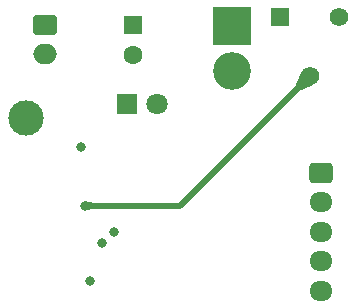
<source format=gbr>
%TF.GenerationSoftware,KiCad,Pcbnew,7.0.8-7.0.8~ubuntu22.04.1*%
%TF.CreationDate,2023-11-01T15:39:39+03:00*%
%TF.ProjectId,main-module,6d61696e-2d6d-46f6-9475-6c652e6b6963,rev?*%
%TF.SameCoordinates,Original*%
%TF.FileFunction,Copper,L3,Inr*%
%TF.FilePolarity,Positive*%
%FSLAX46Y46*%
G04 Gerber Fmt 4.6, Leading zero omitted, Abs format (unit mm)*
G04 Created by KiCad (PCBNEW 7.0.8-7.0.8~ubuntu22.04.1) date 2023-11-01 15:39:39*
%MOMM*%
%LPD*%
G01*
G04 APERTURE LIST*
G04 Aperture macros list*
%AMRoundRect*
0 Rectangle with rounded corners*
0 $1 Rounding radius*
0 $2 $3 $4 $5 $6 $7 $8 $9 X,Y pos of 4 corners*
0 Add a 4 corners polygon primitive as box body*
4,1,4,$2,$3,$4,$5,$6,$7,$8,$9,$2,$3,0*
0 Add four circle primitives for the rounded corners*
1,1,$1+$1,$2,$3*
1,1,$1+$1,$4,$5*
1,1,$1+$1,$6,$7*
1,1,$1+$1,$8,$9*
0 Add four rect primitives between the rounded corners*
20,1,$1+$1,$2,$3,$4,$5,0*
20,1,$1+$1,$4,$5,$6,$7,0*
20,1,$1+$1,$6,$7,$8,$9,0*
20,1,$1+$1,$8,$9,$2,$3,0*%
G04 Aperture macros list end*
%TA.AperFunction,ComponentPad*%
%ADD10RoundRect,0.250000X-0.725000X0.600000X-0.725000X-0.600000X0.725000X-0.600000X0.725000X0.600000X0*%
%TD*%
%TA.AperFunction,ComponentPad*%
%ADD11O,1.950000X1.700000*%
%TD*%
%TA.AperFunction,ComponentPad*%
%ADD12R,3.200000X3.200000*%
%TD*%
%TA.AperFunction,ComponentPad*%
%ADD13O,3.200000X3.200000*%
%TD*%
%TA.AperFunction,ComponentPad*%
%ADD14R,1.560000X1.560000*%
%TD*%
%TA.AperFunction,ComponentPad*%
%ADD15C,1.560000*%
%TD*%
%TA.AperFunction,ComponentPad*%
%ADD16R,1.600000X1.600000*%
%TD*%
%TA.AperFunction,ComponentPad*%
%ADD17C,1.600000*%
%TD*%
%TA.AperFunction,ComponentPad*%
%ADD18C,3.000000*%
%TD*%
%TA.AperFunction,ComponentPad*%
%ADD19R,1.800000X1.800000*%
%TD*%
%TA.AperFunction,ComponentPad*%
%ADD20C,1.800000*%
%TD*%
%TA.AperFunction,ComponentPad*%
%ADD21RoundRect,0.250000X-0.750000X0.600000X-0.750000X-0.600000X0.750000X-0.600000X0.750000X0.600000X0*%
%TD*%
%TA.AperFunction,ComponentPad*%
%ADD22O,2.000000X1.700000*%
%TD*%
%TA.AperFunction,ViaPad*%
%ADD23C,0.800000*%
%TD*%
%TA.AperFunction,Conductor*%
%ADD24C,0.500000*%
%TD*%
G04 APERTURE END LIST*
D10*
%TO.N,Net-(T1-AA)*%
%TO.C,T1*%
X172550000Y-75687500D03*
D11*
%TO.N,Net-(T1-AB)*%
X172550000Y-78187500D03*
%TO.N,Net-(T1-SA)*%
X172550000Y-80687500D03*
%TO.N,VPP*%
X172550000Y-83187500D03*
%TO.N,Net-(T1-SB)*%
X172550000Y-85687500D03*
%TD*%
D12*
%TO.N,VPP*%
%TO.C,D4*%
X164950000Y-63315000D03*
D13*
%TO.N,GND1*%
X164950000Y-67125000D03*
%TD*%
D14*
%TO.N,Net-(D6-+)*%
%TO.C,RV2*%
X169050000Y-62547500D03*
D15*
%TO.N,/TL494_FEEDBACK*%
X171550000Y-67547500D03*
%TO.N,GND1*%
X174050000Y-62547500D03*
%TD*%
D16*
%TO.N,VPP*%
%TO.C,C18*%
X156550000Y-63205121D03*
D17*
%TO.N,GND1*%
X156550000Y-65705121D03*
%TD*%
D18*
%TO.N,GND1*%
%TO.C,TP5*%
X147550000Y-71087500D03*
%TD*%
D19*
%TO.N,GND1*%
%TO.C,D5*%
X156075000Y-69887500D03*
D20*
%TO.N,Net-(D5-A)*%
X158615000Y-69887500D03*
%TD*%
D21*
%TO.N,VPP*%
%TO.C,J4*%
X149150000Y-63187500D03*
D22*
%TO.N,GND1*%
X149150000Y-65687500D03*
%TD*%
D23*
%TO.N,Net-(U11-IN-)*%
X152950000Y-84887500D03*
%TO.N,Net-(U12-IN-)*%
X153950000Y-81687500D03*
X152150000Y-73487500D03*
%TO.N,VPP*%
X154950000Y-80687500D03*
%TO.N,/TL494_FEEDBACK*%
X152550000Y-78487500D03*
%TD*%
D24*
%TO.N,/TL494_FEEDBACK*%
X160610000Y-78487500D02*
X171550000Y-67547500D01*
X152550000Y-78487500D02*
X160610000Y-78487500D01*
%TD*%
%TA.AperFunction,Conductor*%
%TO.N,/TL494_FEEDBACK*%
G36*
X170839797Y-67253309D02*
G01*
X171546212Y-67544937D01*
X171552551Y-67551262D01*
X171552562Y-67551287D01*
X171844189Y-68257701D01*
X171844178Y-68266656D01*
X171838234Y-68272809D01*
X170631080Y-68823988D01*
X170622130Y-68824307D01*
X170617947Y-68821618D01*
X170275881Y-68479552D01*
X170272454Y-68471279D01*
X170273509Y-68466424D01*
X170824690Y-67259264D01*
X170831243Y-67253163D01*
X170839797Y-67253309D01*
G37*
%TD.AperFunction*%
%TD*%
%TA.AperFunction,Conductor*%
%TO.N,/TL494_FEEDBACK*%
G36*
X152563817Y-78090090D02*
G01*
X153340457Y-78235710D01*
X153347956Y-78240603D01*
X153350000Y-78247210D01*
X153350000Y-78727789D01*
X153346573Y-78736062D01*
X153340456Y-78739289D01*
X152563820Y-78884908D01*
X152555057Y-78883064D01*
X152550164Y-78875564D01*
X152549964Y-78873446D01*
X152549000Y-78487500D01*
X152549964Y-78101559D01*
X152553412Y-78093297D01*
X152561693Y-78089891D01*
X152563817Y-78090090D01*
G37*
%TD.AperFunction*%
%TD*%
M02*

</source>
